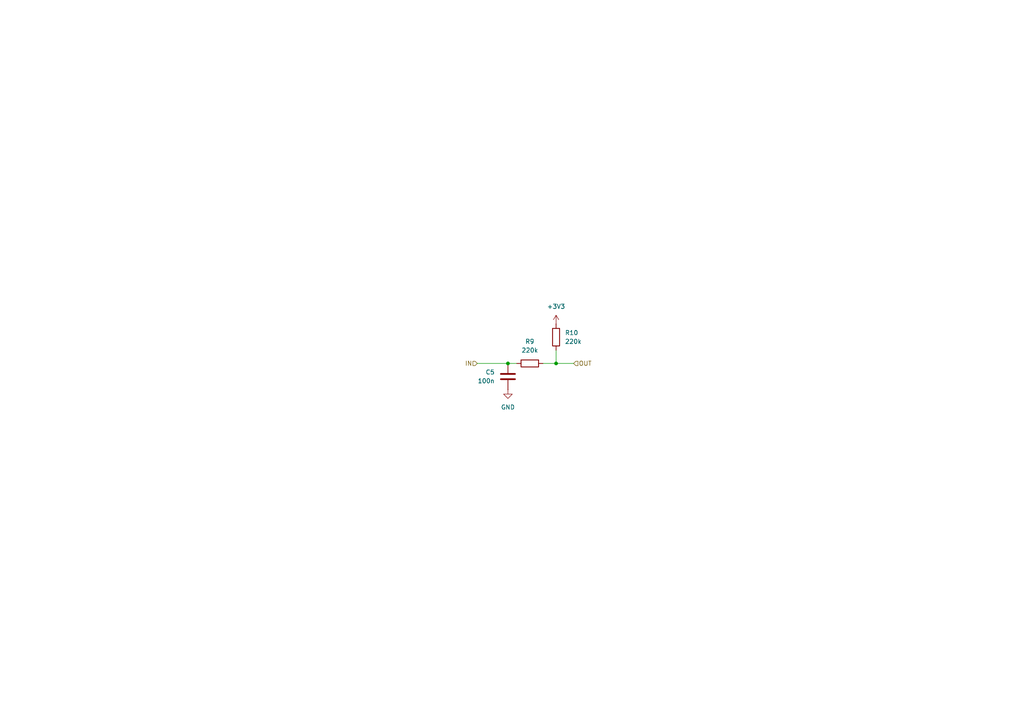
<source format=kicad_sch>
(kicad_sch (version 20231120) (generator "eeschema") (generator_version "8.0")
  (paper "A4")
  (lib_symbols
    (symbol "Device:C" (pin_numbers hide) (pin_names (offset 0.254))
      (property "Reference" "C" (at 0.635 2.54 0))
      (property "Value" "C" (at 0.635 -2.54 0))
      (symbol "C_0_1"
        (polyline (pts (xy -2.032 -0.762) (xy 2.032 -0.762)) (stroke (width 0.508)))
        (polyline (pts (xy -2.032 0.762) (xy 2.032 0.762)) (stroke (width 0.508)))
      )
      (symbol "C_1_1"
        (pin passive line (at 0 3.81 270) (length 2.794) (name "~") (number "1"))
        (pin passive line (at 0 -3.81 90) (length 2.794) (name "~") (number "2"))
      )
    )
    (symbol "Device:R" (pin_numbers hide) (pin_names (offset 0))
      (property "Reference" "R" (at 2.032 0 90))
      (property "Value" "R" (at 0 0 90))
      (symbol "R_0_1"
        (rectangle (start -1.016 -2.54) (end 1.016 2.54) (stroke (width 0.254)))
      )
      (symbol "R_1_1"
        (pin passive line (at 0 3.81 270) (length 1.27) (name "~") (number "1"))
        (pin passive line (at 0 -3.81 90) (length 1.27) (name "~") (number "2"))
      )
    )
    (symbol "power:+3V3" (power) (pin_numbers hide) (pin_names (offset 0) hide)
      (property "Value" "+3V3" (at 0 3.556 0))
      (symbol "+3V3_0_1"
        (polyline (pts (xy -0.762 1.27) (xy 0 2.54)))
        (polyline (pts (xy 0 0) (xy 0 2.54)))
        (polyline (pts (xy 0 2.54) (xy 0.762 1.27)))
      )
      (symbol "+3V3_1_1"
        (pin power_in line (at 0 0 90) (length 0) (name "~") (number "1"))
      )
    )
    (symbol "power:GND" (power) (pin_numbers hide) (pin_names (offset 0) hide)
      (property "Value" "GND" (at 0 -3.81 0))
      (symbol "GND_0_1"
        (polyline (pts (xy 0 0) (xy 0 -1.27) (xy 1.27 -1.27) (xy 0 -2.54) (xy -1.27 -1.27) (xy 0 -1.27)))
      )
      (symbol "GND_1_1"
        (pin power_in line (at 0 0 270) (length 0) (name "~") (number "1"))
      )
    )
  )
  (junction (at 161.29 105.41))
  (junction (at 147.32 105.41))
  (wire (pts (xy 161.29 101.6) (xy 161.29 105.41)))
  (wire (pts (xy 161.29 105.41) (xy 166.37 105.41)))
  (wire (pts (xy 147.32 105.41) (xy 149.86 105.41)))
  (wire (pts (xy 138.43 105.41) (xy 147.32 105.41)))
  (wire (pts (xy 157.48 105.41) (xy 161.29 105.41)))
  (hierarchical_label "IN" (shape input) (at 138.43 105.41 180))
  (hierarchical_label "OUT" (shape input) (at 166.37 105.41 0))
  (symbol (lib_id "power:GND") (at 147.32 113.03 0) (unit 1)
    (property "Reference" "#PWR022" (effects (hide yes)))
    (property "Value" "GND" (at 147.32 118.11 0))
    (property "Description" "Power symbol creates a global label with name \"GND\" , ground" (effects (hide yes)))
    (instances (project "nrf52_module" (path "" (reference "#PWR022") (unit 1)) (path "" (reference "#PWR025") (unit 1))))
  )
  (symbol (lib_id "Device:R") (at 161.29 97.79 0) (unit 1)
    (property "Reference" "R10" (at 163.83 96.5199 0) (effects (justify left)))
    (property "Value" "220k" (at 163.83 99.0599 0) (effects (justify left)))
    (property "Footprint" "Resistor_SMD:R_0603_1608Metric" (effects (hide yes)))
    (property "Description" "Resistor" (effects (hide yes)))
    (instances (project "nrf52_module" (path "" (reference "R10") (unit 1)) (path "" (reference "R12") (unit 1))))
  )
  (symbol (lib_id "Device:C") (at 147.32 109.22 0) (mirror y) (unit 1)
    (property "Reference" "C5" (at 143.51 107.9499 0) (effects (justify left)))
    (property "Value" "100n" (at 143.51 110.4899 0) (effects (justify left)))
    (property "Footprint" "Capacitor_SMD:C_0603_1608Metric" (effects (hide yes)))
    (property "Description" "Unpolarized capacitor" (effects (hide yes)))
    (instances (project "nrf52_module" (path "" (reference "C5") (unit 1)) (path "" (reference "C4") (unit 1))))
  )
  (symbol (lib_id "Device:R") (at 153.67 105.41 90) (unit 1)
    (property "Reference" "R9" (at 153.67 99.06 90))
    (property "Value" "220k" (at 153.67 101.6 90))
    (property "Footprint" "Resistor_SMD:R_0603_1608Metric" (effects (hide yes)))
    (property "Description" "Resistor" (effects (hide yes)))
    (instances (project "nrf52_module" (path "" (reference "R9") (unit 1)) (path "" (reference "R11") (unit 1))))
  )
  (symbol (lib_id "power:+3V3") (at 161.29 93.98 0) (unit 1)
    (property "Reference" "#PWR023" (effects (hide yes)))
    (property "Value" "+3V3" (at 161.29 88.9 0))
    (property "Description" "Power symbol creates a global label with name \"+3V3\"" (effects (hide yes)))
    (instances (project "nrf52_module" (path "" (reference "#PWR023") (unit 1)) (path "" (reference "#PWR026") (unit 1))))
  )
)
</source>
